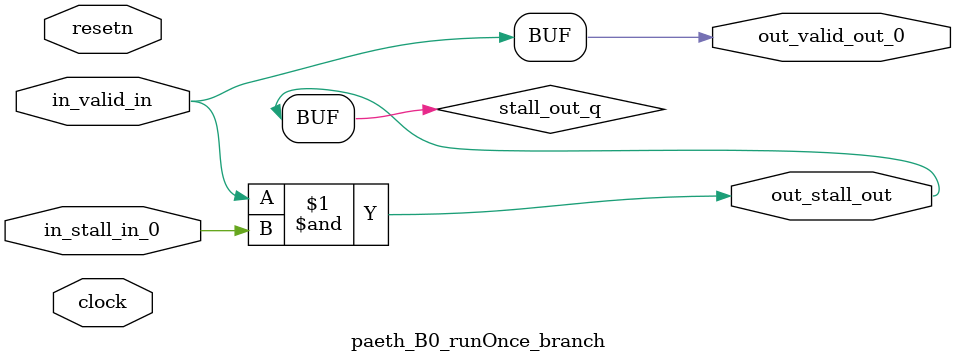
<source format=sv>



(* altera_attribute = "-name AUTO_SHIFT_REGISTER_RECOGNITION OFF; -name MESSAGE_DISABLE 10036; -name MESSAGE_DISABLE 10037; -name MESSAGE_DISABLE 14130; -name MESSAGE_DISABLE 14320; -name MESSAGE_DISABLE 15400; -name MESSAGE_DISABLE 14130; -name MESSAGE_DISABLE 10036; -name MESSAGE_DISABLE 12020; -name MESSAGE_DISABLE 12030; -name MESSAGE_DISABLE 12010; -name MESSAGE_DISABLE 12110; -name MESSAGE_DISABLE 14320; -name MESSAGE_DISABLE 13410; -name MESSAGE_DISABLE 113007; -name MESSAGE_DISABLE 10958" *)
module paeth_B0_runOnce_branch (
    input wire [0:0] in_stall_in_0,
    input wire [0:0] in_valid_in,
    output wire [0:0] out_stall_out,
    output wire [0:0] out_valid_out_0,
    input wire clock,
    input wire resetn
    );

    wire [0:0] stall_out_q;


    // stall_out(LOGICAL,6)
    assign stall_out_q = in_valid_in & in_stall_in_0;

    // out_stall_out(GPOUT,4)
    assign out_stall_out = stall_out_q;

    // out_valid_out_0(GPOUT,5)
    assign out_valid_out_0 = in_valid_in;

endmodule

</source>
